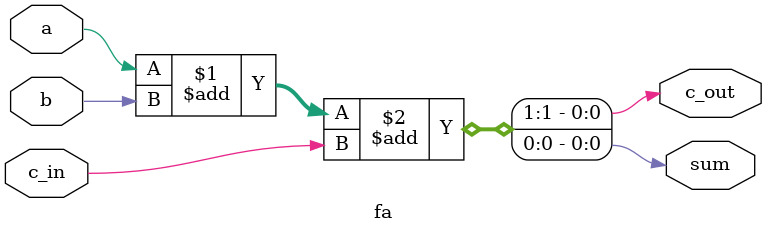
<source format=v>
module fa(output wire c_out, sum , input wire a, b, c_in);

    assign {c_out, sum} = a + b + c_in;
    
endmodule
</source>
